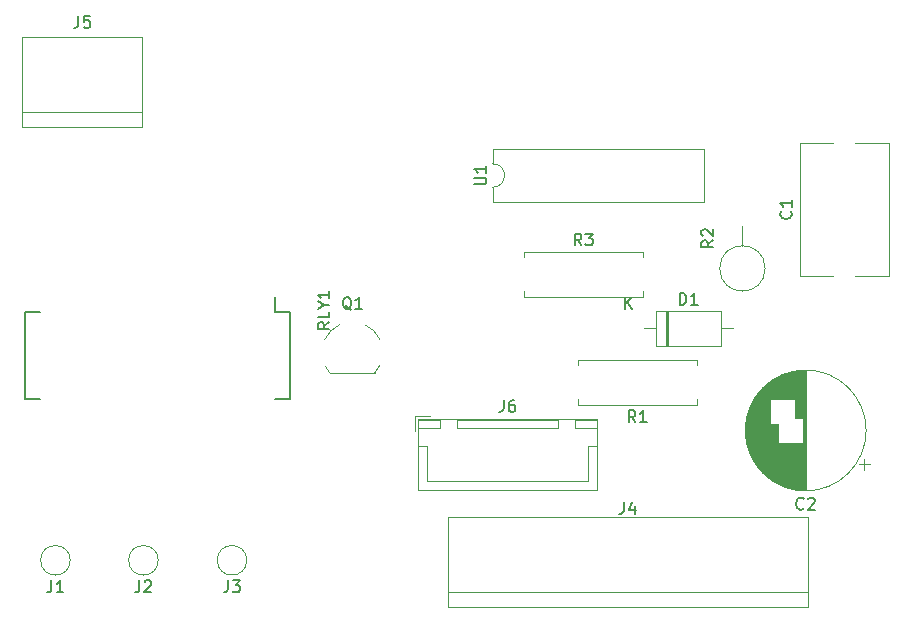
<source format=gbr>
G04 #@! TF.GenerationSoftware,KiCad,Pcbnew,5.1.5*
G04 #@! TF.CreationDate,2019-12-19T20:19:00+01:00*
G04 #@! TF.ProjectId,counter,636f756e-7465-4722-9e6b-696361645f70,rev?*
G04 #@! TF.SameCoordinates,Original*
G04 #@! TF.FileFunction,Legend,Top*
G04 #@! TF.FilePolarity,Positive*
%FSLAX46Y46*%
G04 Gerber Fmt 4.6, Leading zero omitted, Abs format (unit mm)*
G04 Created by KiCad (PCBNEW 5.1.5) date 2019-12-19 20:19:00*
%MOMM*%
%LPD*%
G04 APERTURE LIST*
%ADD10C,0.120000*%
%ADD11C,0.150000*%
G04 APERTURE END LIST*
D10*
X145582000Y-50912000D02*
X145582000Y-39672000D01*
X153122000Y-50912000D02*
X153122000Y-39672000D01*
X145582000Y-50912000D02*
X148427000Y-50912000D01*
X150277000Y-50912000D02*
X153122000Y-50912000D01*
X145582000Y-39672000D02*
X148427000Y-39672000D01*
X150277000Y-39672000D02*
X153122000Y-39672000D01*
X151190000Y-64008000D02*
G75*
G03X151190000Y-64008000I-5120000J0D01*
G01*
X146070000Y-69088000D02*
X146070000Y-58928000D01*
X146030000Y-69088000D02*
X146030000Y-58928000D01*
X145990000Y-69088000D02*
X145990000Y-58928000D01*
X145950000Y-69087000D02*
X145950000Y-58929000D01*
X145910000Y-69086000D02*
X145910000Y-58930000D01*
X145870000Y-69085000D02*
X145870000Y-58931000D01*
X145830000Y-69083000D02*
X145830000Y-65048000D01*
X145830000Y-62968000D02*
X145830000Y-58933000D01*
X145790000Y-69081000D02*
X145790000Y-65048000D01*
X145790000Y-62968000D02*
X145790000Y-58935000D01*
X145750000Y-69078000D02*
X145750000Y-65048000D01*
X145750000Y-62968000D02*
X145750000Y-58938000D01*
X145710000Y-69076000D02*
X145710000Y-65048000D01*
X145710000Y-62968000D02*
X145710000Y-58940000D01*
X145670000Y-69073000D02*
X145670000Y-65048000D01*
X145670000Y-62968000D02*
X145670000Y-58943000D01*
X145630000Y-69070000D02*
X145630000Y-65048000D01*
X145630000Y-62968000D02*
X145630000Y-58946000D01*
X145590000Y-69066000D02*
X145590000Y-65048000D01*
X145590000Y-62968000D02*
X145590000Y-58950000D01*
X145550000Y-69062000D02*
X145550000Y-65048000D01*
X145550000Y-62968000D02*
X145550000Y-58954000D01*
X145510000Y-69058000D02*
X145510000Y-65048000D01*
X145510000Y-62968000D02*
X145510000Y-58958000D01*
X145470000Y-69053000D02*
X145470000Y-65048000D01*
X145470000Y-62968000D02*
X145470000Y-58963000D01*
X145430000Y-69048000D02*
X145430000Y-65048000D01*
X145430000Y-62968000D02*
X145430000Y-58968000D01*
X145390000Y-69043000D02*
X145390000Y-65048000D01*
X145390000Y-62968000D02*
X145390000Y-58973000D01*
X145349000Y-69038000D02*
X145349000Y-65048000D01*
X145349000Y-62968000D02*
X145349000Y-58978000D01*
X145309000Y-69032000D02*
X145309000Y-65048000D01*
X145309000Y-62968000D02*
X145309000Y-58984000D01*
X145269000Y-69026000D02*
X145269000Y-65048000D01*
X145269000Y-62968000D02*
X145269000Y-58990000D01*
X145229000Y-69019000D02*
X145229000Y-65048000D01*
X145229000Y-62968000D02*
X145229000Y-58997000D01*
X145189000Y-69012000D02*
X145189000Y-65048000D01*
X145189000Y-62968000D02*
X145189000Y-59004000D01*
X145149000Y-69005000D02*
X145149000Y-65048000D01*
X145149000Y-61368000D02*
X145149000Y-59011000D01*
X145109000Y-68998000D02*
X145109000Y-65048000D01*
X145109000Y-61368000D02*
X145109000Y-59018000D01*
X145069000Y-68990000D02*
X145069000Y-65048000D01*
X145069000Y-61368000D02*
X145069000Y-59026000D01*
X145029000Y-68982000D02*
X145029000Y-65048000D01*
X145029000Y-61368000D02*
X145029000Y-59034000D01*
X144989000Y-68973000D02*
X144989000Y-65048000D01*
X144989000Y-61368000D02*
X144989000Y-59043000D01*
X144949000Y-68964000D02*
X144949000Y-65048000D01*
X144949000Y-61368000D02*
X144949000Y-59052000D01*
X144909000Y-68955000D02*
X144909000Y-65048000D01*
X144909000Y-61368000D02*
X144909000Y-59061000D01*
X144869000Y-68946000D02*
X144869000Y-65048000D01*
X144869000Y-61368000D02*
X144869000Y-59070000D01*
X144829000Y-68936000D02*
X144829000Y-65048000D01*
X144829000Y-61368000D02*
X144829000Y-59080000D01*
X144789000Y-68926000D02*
X144789000Y-65048000D01*
X144789000Y-61368000D02*
X144789000Y-59090000D01*
X144749000Y-68915000D02*
X144749000Y-65048000D01*
X144749000Y-61368000D02*
X144749000Y-59101000D01*
X144709000Y-68905000D02*
X144709000Y-65048000D01*
X144709000Y-61368000D02*
X144709000Y-59111000D01*
X144669000Y-68893000D02*
X144669000Y-65048000D01*
X144669000Y-61368000D02*
X144669000Y-59123000D01*
X144629000Y-68882000D02*
X144629000Y-65048000D01*
X144629000Y-61368000D02*
X144629000Y-59134000D01*
X144589000Y-68870000D02*
X144589000Y-65048000D01*
X144589000Y-61368000D02*
X144589000Y-59146000D01*
X144549000Y-68858000D02*
X144549000Y-65048000D01*
X144549000Y-61368000D02*
X144549000Y-59158000D01*
X144509000Y-68845000D02*
X144509000Y-65048000D01*
X144509000Y-61368000D02*
X144509000Y-59171000D01*
X144469000Y-68832000D02*
X144469000Y-65048000D01*
X144469000Y-61368000D02*
X144469000Y-59184000D01*
X144429000Y-68819000D02*
X144429000Y-65048000D01*
X144429000Y-61368000D02*
X144429000Y-59197000D01*
X144389000Y-68805000D02*
X144389000Y-65048000D01*
X144389000Y-61368000D02*
X144389000Y-59211000D01*
X144349000Y-68791000D02*
X144349000Y-65048000D01*
X144349000Y-61368000D02*
X144349000Y-59225000D01*
X144309000Y-68776000D02*
X144309000Y-65048000D01*
X144309000Y-61368000D02*
X144309000Y-59240000D01*
X144269000Y-68762000D02*
X144269000Y-65048000D01*
X144269000Y-61368000D02*
X144269000Y-59254000D01*
X144229000Y-68746000D02*
X144229000Y-65048000D01*
X144229000Y-61368000D02*
X144229000Y-59270000D01*
X144189000Y-68731000D02*
X144189000Y-65048000D01*
X144189000Y-61368000D02*
X144189000Y-59285000D01*
X144149000Y-68715000D02*
X144149000Y-65048000D01*
X144149000Y-61368000D02*
X144149000Y-59301000D01*
X144109000Y-68698000D02*
X144109000Y-65048000D01*
X144109000Y-61368000D02*
X144109000Y-59318000D01*
X144069000Y-68682000D02*
X144069000Y-65048000D01*
X144069000Y-61368000D02*
X144069000Y-59334000D01*
X144029000Y-68665000D02*
X144029000Y-65048000D01*
X144029000Y-61368000D02*
X144029000Y-59351000D01*
X143989000Y-68647000D02*
X143989000Y-65048000D01*
X143989000Y-61368000D02*
X143989000Y-59369000D01*
X143949000Y-68629000D02*
X143949000Y-65048000D01*
X143949000Y-61368000D02*
X143949000Y-59387000D01*
X143909000Y-68611000D02*
X143909000Y-65048000D01*
X143909000Y-61368000D02*
X143909000Y-59405000D01*
X143869000Y-68592000D02*
X143869000Y-65048000D01*
X143869000Y-61368000D02*
X143869000Y-59424000D01*
X143829000Y-68572000D02*
X143829000Y-65048000D01*
X143829000Y-61368000D02*
X143829000Y-59444000D01*
X143789000Y-68553000D02*
X143789000Y-65048000D01*
X143789000Y-61368000D02*
X143789000Y-59463000D01*
X143749000Y-68533000D02*
X143749000Y-63448000D01*
X143749000Y-61368000D02*
X143749000Y-59483000D01*
X143709000Y-68512000D02*
X143709000Y-63448000D01*
X143709000Y-61368000D02*
X143709000Y-59504000D01*
X143669000Y-68491000D02*
X143669000Y-63448000D01*
X143669000Y-61368000D02*
X143669000Y-59525000D01*
X143629000Y-68470000D02*
X143629000Y-63448000D01*
X143629000Y-61368000D02*
X143629000Y-59546000D01*
X143589000Y-68448000D02*
X143589000Y-63448000D01*
X143589000Y-61368000D02*
X143589000Y-59568000D01*
X143549000Y-68425000D02*
X143549000Y-63448000D01*
X143549000Y-61368000D02*
X143549000Y-59591000D01*
X143509000Y-68403000D02*
X143509000Y-63448000D01*
X143509000Y-61368000D02*
X143509000Y-59613000D01*
X143469000Y-68379000D02*
X143469000Y-63448000D01*
X143469000Y-61368000D02*
X143469000Y-59637000D01*
X143429000Y-68355000D02*
X143429000Y-63448000D01*
X143429000Y-61368000D02*
X143429000Y-59661000D01*
X143389000Y-68331000D02*
X143389000Y-63448000D01*
X143389000Y-61368000D02*
X143389000Y-59685000D01*
X143349000Y-68306000D02*
X143349000Y-63448000D01*
X143349000Y-61368000D02*
X143349000Y-59710000D01*
X143309000Y-68281000D02*
X143309000Y-63448000D01*
X143309000Y-61368000D02*
X143309000Y-59735000D01*
X143269000Y-68255000D02*
X143269000Y-63448000D01*
X143269000Y-61368000D02*
X143269000Y-59761000D01*
X143229000Y-68229000D02*
X143229000Y-63448000D01*
X143229000Y-61368000D02*
X143229000Y-59787000D01*
X143189000Y-68202000D02*
X143189000Y-63448000D01*
X143189000Y-61368000D02*
X143189000Y-59814000D01*
X143149000Y-68174000D02*
X143149000Y-63448000D01*
X143149000Y-61368000D02*
X143149000Y-59842000D01*
X143109000Y-68146000D02*
X143109000Y-63448000D01*
X143109000Y-61368000D02*
X143109000Y-59870000D01*
X143069000Y-68118000D02*
X143069000Y-59898000D01*
X143029000Y-68088000D02*
X143029000Y-59928000D01*
X142989000Y-68058000D02*
X142989000Y-59958000D01*
X142949000Y-68028000D02*
X142949000Y-59988000D01*
X142909000Y-67997000D02*
X142909000Y-60019000D01*
X142869000Y-67965000D02*
X142869000Y-60051000D01*
X142829000Y-67933000D02*
X142829000Y-60083000D01*
X142789000Y-67900000D02*
X142789000Y-60116000D01*
X142749000Y-67866000D02*
X142749000Y-60150000D01*
X142709000Y-67832000D02*
X142709000Y-60184000D01*
X142669000Y-67797000D02*
X142669000Y-60219000D01*
X142629000Y-67761000D02*
X142629000Y-60255000D01*
X142589000Y-67724000D02*
X142589000Y-60292000D01*
X142549000Y-67687000D02*
X142549000Y-60329000D01*
X142509000Y-67648000D02*
X142509000Y-60368000D01*
X142469000Y-67609000D02*
X142469000Y-60407000D01*
X142429000Y-67569000D02*
X142429000Y-60447000D01*
X142389000Y-67528000D02*
X142389000Y-60488000D01*
X142349000Y-67486000D02*
X142349000Y-60530000D01*
X142309000Y-67444000D02*
X142309000Y-60572000D01*
X142269000Y-67400000D02*
X142269000Y-60616000D01*
X142229000Y-67355000D02*
X142229000Y-60661000D01*
X142189000Y-67309000D02*
X142189000Y-60707000D01*
X142149000Y-67262000D02*
X142149000Y-60754000D01*
X142109000Y-67214000D02*
X142109000Y-60802000D01*
X142069000Y-67164000D02*
X142069000Y-60852000D01*
X142029000Y-67114000D02*
X142029000Y-60902000D01*
X141989000Y-67062000D02*
X141989000Y-60954000D01*
X141949000Y-67008000D02*
X141949000Y-61008000D01*
X141909000Y-66953000D02*
X141909000Y-61063000D01*
X141869000Y-66897000D02*
X141869000Y-61119000D01*
X141829000Y-66838000D02*
X141829000Y-61178000D01*
X141789000Y-66778000D02*
X141789000Y-61238000D01*
X141749000Y-66717000D02*
X141749000Y-61299000D01*
X141709000Y-66653000D02*
X141709000Y-61363000D01*
X141669000Y-66587000D02*
X141669000Y-61429000D01*
X141629000Y-66518000D02*
X141629000Y-61498000D01*
X141589000Y-66447000D02*
X141589000Y-61569000D01*
X141549000Y-66373000D02*
X141549000Y-61643000D01*
X141509000Y-66297000D02*
X141509000Y-61719000D01*
X141469000Y-66217000D02*
X141469000Y-61799000D01*
X141429000Y-66133000D02*
X141429000Y-61883000D01*
X141389000Y-66045000D02*
X141389000Y-61971000D01*
X141349000Y-65952000D02*
X141349000Y-62064000D01*
X141309000Y-65854000D02*
X141309000Y-62162000D01*
X141269000Y-65750000D02*
X141269000Y-62266000D01*
X141229000Y-65638000D02*
X141229000Y-62378000D01*
X141189000Y-65518000D02*
X141189000Y-62498000D01*
X141149000Y-65386000D02*
X141149000Y-62630000D01*
X141109000Y-65238000D02*
X141109000Y-62778000D01*
X141069000Y-65070000D02*
X141069000Y-62946000D01*
X141029000Y-64870000D02*
X141029000Y-63146000D01*
X140989000Y-64607000D02*
X140989000Y-63409000D01*
X151549646Y-66883000D02*
X150549646Y-66883000D01*
X151049646Y-67383000D02*
X151049646Y-66383000D01*
X133424000Y-53902000D02*
X133424000Y-56842000D01*
X133424000Y-56842000D02*
X138864000Y-56842000D01*
X138864000Y-56842000D02*
X138864000Y-53902000D01*
X138864000Y-53902000D02*
X133424000Y-53902000D01*
X132404000Y-55372000D02*
X133424000Y-55372000D01*
X139884000Y-55372000D02*
X138864000Y-55372000D01*
X134324000Y-53902000D02*
X134324000Y-56842000D01*
X134444000Y-53902000D02*
X134444000Y-56842000D01*
X134204000Y-53902000D02*
X134204000Y-56842000D01*
X83801000Y-75000000D02*
G75*
G03X83801000Y-75000000I-1251000J0D01*
G01*
X91251000Y-75000000D02*
G75*
G03X91251000Y-75000000I-1251000J0D01*
G01*
X98751000Y-75000000D02*
G75*
G03X98751000Y-75000000I-1251000J0D01*
G01*
X115824000Y-71374000D02*
X115824000Y-78994000D01*
X146304000Y-78994000D02*
X146304000Y-71374000D01*
X115824000Y-77724000D02*
X146304000Y-77724000D01*
X115824000Y-71374000D02*
X146304000Y-71374000D01*
X115824000Y-78994000D02*
X146304000Y-78994000D01*
X89916000Y-37084000D02*
X79756000Y-37084000D01*
X89916000Y-38354000D02*
X89916000Y-30734000D01*
X89916000Y-30734000D02*
X79756000Y-30734000D01*
X79756000Y-30734000D02*
X79756000Y-38354000D01*
X79756000Y-38354000D02*
X89916000Y-38354000D01*
X113264000Y-63072000D02*
X113264000Y-69042000D01*
X113264000Y-69042000D02*
X128384000Y-69042000D01*
X128384000Y-69042000D02*
X128384000Y-63072000D01*
X128384000Y-63072000D02*
X113264000Y-63072000D01*
X116574000Y-63082000D02*
X116574000Y-63832000D01*
X116574000Y-63832000D02*
X125074000Y-63832000D01*
X125074000Y-63832000D02*
X125074000Y-63082000D01*
X125074000Y-63082000D02*
X116574000Y-63082000D01*
X113274000Y-63082000D02*
X113274000Y-63832000D01*
X113274000Y-63832000D02*
X115074000Y-63832000D01*
X115074000Y-63832000D02*
X115074000Y-63082000D01*
X115074000Y-63082000D02*
X113274000Y-63082000D01*
X126574000Y-63082000D02*
X126574000Y-63832000D01*
X126574000Y-63832000D02*
X128374000Y-63832000D01*
X128374000Y-63832000D02*
X128374000Y-63082000D01*
X128374000Y-63082000D02*
X126574000Y-63082000D01*
X113274000Y-65332000D02*
X114024000Y-65332000D01*
X114024000Y-65332000D02*
X114024000Y-68282000D01*
X114024000Y-68282000D02*
X120824000Y-68282000D01*
X128374000Y-65332000D02*
X127624000Y-65332000D01*
X127624000Y-65332000D02*
X127624000Y-68282000D01*
X127624000Y-68282000D02*
X120824000Y-68282000D01*
X114224000Y-62782000D02*
X112974000Y-62782000D01*
X112974000Y-62782000D02*
X112974000Y-64032000D01*
X105756000Y-59104000D02*
X109606000Y-59104000D01*
X105373369Y-58526045D02*
G75*
G03X105756000Y-59104000I2322631J1122045D01*
G01*
X105348225Y-56309214D02*
G75*
G02X106606000Y-55054000I2347775J-1094786D01*
G01*
X110032463Y-56314487D02*
G75*
G03X108756000Y-55054000I-2336463J-1089513D01*
G01*
X109998383Y-58516264D02*
G75*
G02X109606000Y-59104000I-2302383J1112264D01*
G01*
X140716000Y-48372000D02*
X140716000Y-46712000D01*
X142636000Y-50292000D02*
G75*
G03X142636000Y-50292000I-1920000J0D01*
G01*
D11*
X102371000Y-53983000D02*
X101101000Y-53983000D01*
X102371000Y-61333000D02*
X101101000Y-61333000D01*
X80001000Y-61333000D02*
X81271000Y-61333000D01*
X80001000Y-53983000D02*
X81271000Y-53983000D01*
X102371000Y-53983000D02*
X102371000Y-61333000D01*
X80001000Y-53983000D02*
X80001000Y-61333000D01*
X101101000Y-53983000D02*
X101101000Y-52698000D01*
D10*
X119574000Y-41418000D02*
G75*
G02X119574000Y-43418000I0J-1000000D01*
G01*
X119574000Y-43418000D02*
X119574000Y-44668000D01*
X119574000Y-44668000D02*
X137474000Y-44668000D01*
X137474000Y-44668000D02*
X137474000Y-40168000D01*
X137474000Y-40168000D02*
X119574000Y-40168000D01*
X119574000Y-40168000D02*
X119574000Y-41418000D01*
X136896000Y-61384000D02*
X136896000Y-61864000D01*
X136896000Y-61864000D02*
X126756000Y-61864000D01*
X126756000Y-61864000D02*
X126756000Y-61384000D01*
X136896000Y-58504000D02*
X136896000Y-58024000D01*
X136896000Y-58024000D02*
X126756000Y-58024000D01*
X126756000Y-58024000D02*
X126756000Y-58504000D01*
X122184000Y-49360000D02*
X122184000Y-48880000D01*
X122184000Y-48880000D02*
X132324000Y-48880000D01*
X132324000Y-48880000D02*
X132324000Y-49360000D01*
X122184000Y-52240000D02*
X122184000Y-52720000D01*
X122184000Y-52720000D02*
X132324000Y-52720000D01*
X132324000Y-52720000D02*
X132324000Y-52240000D01*
D11*
X144809142Y-45458666D02*
X144856761Y-45506285D01*
X144904380Y-45649142D01*
X144904380Y-45744380D01*
X144856761Y-45887238D01*
X144761523Y-45982476D01*
X144666285Y-46030095D01*
X144475809Y-46077714D01*
X144332952Y-46077714D01*
X144142476Y-46030095D01*
X144047238Y-45982476D01*
X143952000Y-45887238D01*
X143904380Y-45744380D01*
X143904380Y-45649142D01*
X143952000Y-45506285D01*
X143999619Y-45458666D01*
X144904380Y-44506285D02*
X144904380Y-45077714D01*
X144904380Y-44792000D02*
X143904380Y-44792000D01*
X144047238Y-44887238D01*
X144142476Y-44982476D01*
X144190095Y-45077714D01*
X145903333Y-70615142D02*
X145855714Y-70662761D01*
X145712857Y-70710380D01*
X145617619Y-70710380D01*
X145474761Y-70662761D01*
X145379523Y-70567523D01*
X145331904Y-70472285D01*
X145284285Y-70281809D01*
X145284285Y-70138952D01*
X145331904Y-69948476D01*
X145379523Y-69853238D01*
X145474761Y-69758000D01*
X145617619Y-69710380D01*
X145712857Y-69710380D01*
X145855714Y-69758000D01*
X145903333Y-69805619D01*
X146284285Y-69805619D02*
X146331904Y-69758000D01*
X146427142Y-69710380D01*
X146665238Y-69710380D01*
X146760476Y-69758000D01*
X146808095Y-69805619D01*
X146855714Y-69900857D01*
X146855714Y-69996095D01*
X146808095Y-70138952D01*
X146236666Y-70710380D01*
X146855714Y-70710380D01*
X135405904Y-53354380D02*
X135405904Y-52354380D01*
X135644000Y-52354380D01*
X135786857Y-52402000D01*
X135882095Y-52497238D01*
X135929714Y-52592476D01*
X135977333Y-52782952D01*
X135977333Y-52925809D01*
X135929714Y-53116285D01*
X135882095Y-53211523D01*
X135786857Y-53306761D01*
X135644000Y-53354380D01*
X135405904Y-53354380D01*
X136929714Y-53354380D02*
X136358285Y-53354380D01*
X136644000Y-53354380D02*
X136644000Y-52354380D01*
X136548761Y-52497238D01*
X136453523Y-52592476D01*
X136358285Y-52640095D01*
X130802095Y-53724380D02*
X130802095Y-52724380D01*
X131373523Y-53724380D02*
X130944952Y-53152952D01*
X131373523Y-52724380D02*
X130802095Y-53295809D01*
X82216666Y-76702380D02*
X82216666Y-77416666D01*
X82169047Y-77559523D01*
X82073809Y-77654761D01*
X81930952Y-77702380D01*
X81835714Y-77702380D01*
X83216666Y-77702380D02*
X82645238Y-77702380D01*
X82930952Y-77702380D02*
X82930952Y-76702380D01*
X82835714Y-76845238D01*
X82740476Y-76940476D01*
X82645238Y-76988095D01*
X89666666Y-76702380D02*
X89666666Y-77416666D01*
X89619047Y-77559523D01*
X89523809Y-77654761D01*
X89380952Y-77702380D01*
X89285714Y-77702380D01*
X90095238Y-76797619D02*
X90142857Y-76750000D01*
X90238095Y-76702380D01*
X90476190Y-76702380D01*
X90571428Y-76750000D01*
X90619047Y-76797619D01*
X90666666Y-76892857D01*
X90666666Y-76988095D01*
X90619047Y-77130952D01*
X90047619Y-77702380D01*
X90666666Y-77702380D01*
X97166666Y-76702380D02*
X97166666Y-77416666D01*
X97119047Y-77559523D01*
X97023809Y-77654761D01*
X96880952Y-77702380D01*
X96785714Y-77702380D01*
X97547619Y-76702380D02*
X98166666Y-76702380D01*
X97833333Y-77083333D01*
X97976190Y-77083333D01*
X98071428Y-77130952D01*
X98119047Y-77178571D01*
X98166666Y-77273809D01*
X98166666Y-77511904D01*
X98119047Y-77607142D01*
X98071428Y-77654761D01*
X97976190Y-77702380D01*
X97690476Y-77702380D01*
X97595238Y-77654761D01*
X97547619Y-77607142D01*
X130680666Y-70086380D02*
X130680666Y-70800666D01*
X130633047Y-70943523D01*
X130537809Y-71038761D01*
X130394952Y-71086380D01*
X130299714Y-71086380D01*
X131585428Y-70419714D02*
X131585428Y-71086380D01*
X131347333Y-70038761D02*
X131109238Y-70753047D01*
X131728285Y-70753047D01*
X84502666Y-28916380D02*
X84502666Y-29630666D01*
X84455047Y-29773523D01*
X84359809Y-29868761D01*
X84216952Y-29916380D01*
X84121714Y-29916380D01*
X85455047Y-28916380D02*
X84978857Y-28916380D01*
X84931238Y-29392571D01*
X84978857Y-29344952D01*
X85074095Y-29297333D01*
X85312190Y-29297333D01*
X85407428Y-29344952D01*
X85455047Y-29392571D01*
X85502666Y-29487809D01*
X85502666Y-29725904D01*
X85455047Y-29821142D01*
X85407428Y-29868761D01*
X85312190Y-29916380D01*
X85074095Y-29916380D01*
X84978857Y-29868761D01*
X84931238Y-29821142D01*
X120490666Y-61434380D02*
X120490666Y-62148666D01*
X120443047Y-62291523D01*
X120347809Y-62386761D01*
X120204952Y-62434380D01*
X120109714Y-62434380D01*
X121395428Y-61434380D02*
X121204952Y-61434380D01*
X121109714Y-61482000D01*
X121062095Y-61529619D01*
X120966857Y-61672476D01*
X120919238Y-61862952D01*
X120919238Y-62243904D01*
X120966857Y-62339142D01*
X121014476Y-62386761D01*
X121109714Y-62434380D01*
X121300190Y-62434380D01*
X121395428Y-62386761D01*
X121443047Y-62339142D01*
X121490666Y-62243904D01*
X121490666Y-62005809D01*
X121443047Y-61910571D01*
X121395428Y-61862952D01*
X121300190Y-61815333D01*
X121109714Y-61815333D01*
X121014476Y-61862952D01*
X120966857Y-61910571D01*
X120919238Y-62005809D01*
X107610761Y-53801619D02*
X107515523Y-53754000D01*
X107420285Y-53658761D01*
X107277428Y-53515904D01*
X107182190Y-53468285D01*
X107086952Y-53468285D01*
X107134571Y-53706380D02*
X107039333Y-53658761D01*
X106944095Y-53563523D01*
X106896476Y-53373047D01*
X106896476Y-53039714D01*
X106944095Y-52849238D01*
X107039333Y-52754000D01*
X107134571Y-52706380D01*
X107325047Y-52706380D01*
X107420285Y-52754000D01*
X107515523Y-52849238D01*
X107563142Y-53039714D01*
X107563142Y-53373047D01*
X107515523Y-53563523D01*
X107420285Y-53658761D01*
X107325047Y-53706380D01*
X107134571Y-53706380D01*
X108515523Y-53706380D02*
X107944095Y-53706380D01*
X108229809Y-53706380D02*
X108229809Y-52706380D01*
X108134571Y-52849238D01*
X108039333Y-52944476D01*
X107944095Y-52992095D01*
X138248380Y-47918666D02*
X137772190Y-48252000D01*
X138248380Y-48490095D02*
X137248380Y-48490095D01*
X137248380Y-48109142D01*
X137296000Y-48013904D01*
X137343619Y-47966285D01*
X137438857Y-47918666D01*
X137581714Y-47918666D01*
X137676952Y-47966285D01*
X137724571Y-48013904D01*
X137772190Y-48109142D01*
X137772190Y-48490095D01*
X137343619Y-47537714D02*
X137296000Y-47490095D01*
X137248380Y-47394857D01*
X137248380Y-47156761D01*
X137296000Y-47061523D01*
X137343619Y-47013904D01*
X137438857Y-46966285D01*
X137534095Y-46966285D01*
X137676952Y-47013904D01*
X138248380Y-47585333D01*
X138248380Y-46966285D01*
X105748380Y-54848000D02*
X105272190Y-55181333D01*
X105748380Y-55419428D02*
X104748380Y-55419428D01*
X104748380Y-55038476D01*
X104796000Y-54943238D01*
X104843619Y-54895619D01*
X104938857Y-54848000D01*
X105081714Y-54848000D01*
X105176952Y-54895619D01*
X105224571Y-54943238D01*
X105272190Y-55038476D01*
X105272190Y-55419428D01*
X105748380Y-53943238D02*
X105748380Y-54419428D01*
X104748380Y-54419428D01*
X105272190Y-53419428D02*
X105748380Y-53419428D01*
X104748380Y-53752761D02*
X105272190Y-53419428D01*
X104748380Y-53086095D01*
X105748380Y-52228952D02*
X105748380Y-52800380D01*
X105748380Y-52514666D02*
X104748380Y-52514666D01*
X104891238Y-52609904D01*
X104986476Y-52705142D01*
X105034095Y-52800380D01*
X118026380Y-43179904D02*
X118835904Y-43179904D01*
X118931142Y-43132285D01*
X118978761Y-43084666D01*
X119026380Y-42989428D01*
X119026380Y-42798952D01*
X118978761Y-42703714D01*
X118931142Y-42656095D01*
X118835904Y-42608476D01*
X118026380Y-42608476D01*
X119026380Y-41608476D02*
X119026380Y-42179904D01*
X119026380Y-41894190D02*
X118026380Y-41894190D01*
X118169238Y-41989428D01*
X118264476Y-42084666D01*
X118312095Y-42179904D01*
X131659333Y-63316380D02*
X131326000Y-62840190D01*
X131087904Y-63316380D02*
X131087904Y-62316380D01*
X131468857Y-62316380D01*
X131564095Y-62364000D01*
X131611714Y-62411619D01*
X131659333Y-62506857D01*
X131659333Y-62649714D01*
X131611714Y-62744952D01*
X131564095Y-62792571D01*
X131468857Y-62840190D01*
X131087904Y-62840190D01*
X132611714Y-63316380D02*
X132040285Y-63316380D01*
X132326000Y-63316380D02*
X132326000Y-62316380D01*
X132230761Y-62459238D01*
X132135523Y-62554476D01*
X132040285Y-62602095D01*
X127087333Y-48332380D02*
X126754000Y-47856190D01*
X126515904Y-48332380D02*
X126515904Y-47332380D01*
X126896857Y-47332380D01*
X126992095Y-47380000D01*
X127039714Y-47427619D01*
X127087333Y-47522857D01*
X127087333Y-47665714D01*
X127039714Y-47760952D01*
X126992095Y-47808571D01*
X126896857Y-47856190D01*
X126515904Y-47856190D01*
X127420666Y-47332380D02*
X128039714Y-47332380D01*
X127706380Y-47713333D01*
X127849238Y-47713333D01*
X127944476Y-47760952D01*
X127992095Y-47808571D01*
X128039714Y-47903809D01*
X128039714Y-48141904D01*
X127992095Y-48237142D01*
X127944476Y-48284761D01*
X127849238Y-48332380D01*
X127563523Y-48332380D01*
X127468285Y-48284761D01*
X127420666Y-48237142D01*
M02*

</source>
